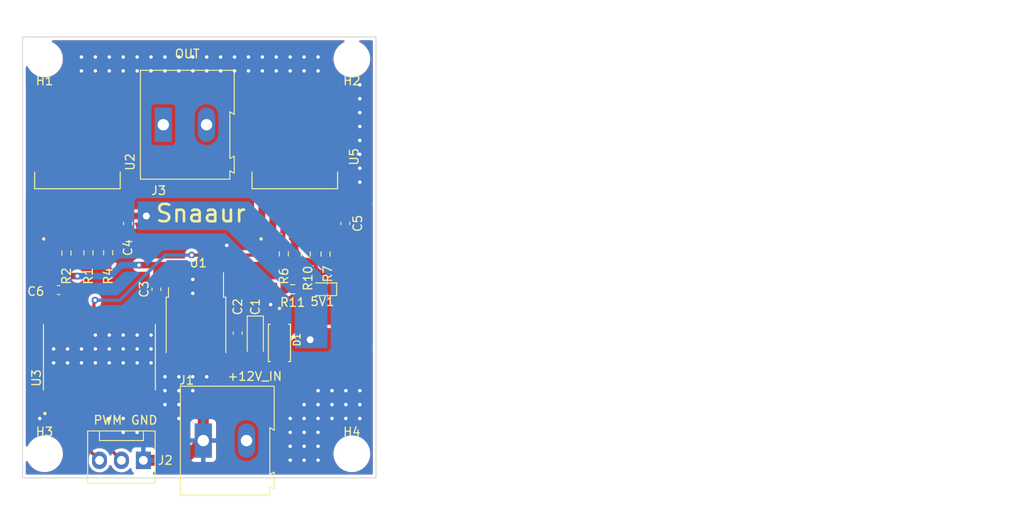
<source format=kicad_pcb>
(kicad_pcb (version 20221018) (generator pcbnew)
  (title_block (title "Motor Driver"))
  (layers (0 "F.Cu" signal) (31 "B.Cu" signal) (34 "B.Paste" user) (35 "F.Paste" user) (36 "B.SilkS" user "B.Silkscreen") (37 "F.SilkS" user "F.Silkscreen") (38 "B.Mask" user) (39 "F.Mask" user) (44 "Edge.Cuts" user))
  (net 0 "")
  (net 1 "+12V")
  (net 2 "+5V")
  (net 3 "GND")
  (net 4 "Net-(U1-IN)")
  (net 5 "Net-(J2-Pin_2)")
  (net 6 "Net-(J3-Pin_1)")
  (net 7 "Net-(J3-Pin_2)")
  (net 8 "Net-(U2-SR)")
  (net 9 "Net-(U2-INH)")
  (net 11 "Net-(U2-IS)")
  (net 13 "Net-(U5-INH)")
  (net 14 "Net-(U5-IS)")
  (net 15 "Net-(U5-SR)")
  (net 17 "PWMR")
  (net 18 "PWML")
  (net 19 "Net-(5V1-A)")
  (net 29 "Net-(J2-Pin_3)")
  (footprint "Capacitor_SMD:C_0603_1608Metric_Pad1.08x0.95mm_HandSolder" (layer "F.Cu") (at 158.242 46.99 90)
    (fp_text reference "C4" (at -2.794 0 90) (layer "F.SilkS"))
    (fp_text value "470nF")
    (fp_line (start -0.146267 -0.51) (end 0.146267 -0.51) (stroke (width 0.12)) (layer "F.SilkS"))
    (fp_line (start -0.146267 0.51) (end 0.146267 0.51) (stroke (width 0.12)) (layer "F.SilkS"))
    (pad "1" smd roundrect (at -0.8625 0 90) (size 1.075 0.95) (layers "F.Cu" "F.Paste" "F.Mask") (net 3 "GND"))
    (pad "2" smd roundrect (at 0.8625 0 90) (size 1.075 0.95) (layers "F.Cu" "F.Paste" "F.Mask") (net 1 "+12V"))
  )
  (footprint "TerminalBlock:TerminalBlock_Altech_AK300-2_P5.00mm" (layer "F.Cu") (at 162.335 35.56)
    (fp_text reference "J3" (at -0.537 7.62) (layer "F.SilkS"))
    (fp_text value "OUT")
    (fp_line (start -2.65 -6.3) (end -2.65 6.3) (stroke (width 0.12)) (layer "F.SilkS"))
    (fp_line (start -2.65 6.3) (end 7.7 6.3) (stroke (width 0.12)) (layer "F.SilkS"))
    (fp_line (start 7.7 -1.5) (end 8.2 -1.2) (stroke (width 0.12)) (layer "F.SilkS"))
    (fp_line (start 7.7 3.9) (end 7.7 -1.5) (stroke (width 0.12)) (layer "F.SilkS"))
    (fp_line (start 7.7 5.35) (end 8.2 5.6) (stroke (width 0.12)) (layer "F.SilkS"))
    (fp_line (start 7.7 6.3) (end 7.7 5.35) (stroke (width 0.12)) (layer "F.SilkS"))
    (fp_line (start 8.2 -6.3) (end -2.65 -6.3) (stroke (width 0.12)) (layer "F.SilkS"))
    (fp_line (start 8.2 -1.2) (end 8.2 -6.3) (stroke (width 0.12)) (layer "F.SilkS"))
    (fp_line (start 8.2 3.65) (end 7.7 3.9) (stroke (width 0.12)) (layer "F.SilkS"))
    (fp_line (start 8.2 3.7) (end 8.2 3.65) (stroke (width 0.12)) (layer "F.SilkS"))
    (fp_line (start 8.2 5.6) (end 8.2 3.7) (stroke (width 0.12)) (layer "F.SilkS"))
    (pad "1" thru_hole rect (at 0 0) (size 1.98 3.96) (drill 1.32) (layers "*.Cu" "*.Mask") (net 6 "Net-(J3-Pin_1)"))
    (pad "2" thru_hole oval (at 5 0) (size 1.98 3.96) (drill 1.32) (layers "*.Cu" "*.Mask") (net 7 "Net-(J3-Pin_2)"))
  )
  (footprint "Resistor_SMD:R_0603_1608Metric_Pad0.98x0.95mm_HandSolder" (layer "F.Cu") (at 178.816 50.53 -90)
    (fp_text reference "R10" (at 2.81 -0.254 -90) (layer "F.SilkS"))
    (fp_text value "10k")
    (fp_line (start -0.254724 -0.5225) (end 0.254724 -0.5225) (stroke (width 0.12)) (layer "F.SilkS"))
    (fp_line (start -0.254724 0.5225) (end 0.254724 0.5225) (stroke (width 0.12)) (layer "F.SilkS"))
    (pad "1" smd roundrect (at -0.9125 0 270) (size 0.975 0.95) (layers "F.Cu" "F.Paste" "F.Mask") (net 15 "Net-(U5-SR)"))
    (pad "2" smd roundrect (at 0.9125 0 270) (size 0.975 0.95) (layers "F.Cu" "F.Paste" "F.Mask") (net 3 "GND"))
  )
  (footprint "LED_SMD:LED_0603_1608Metric_Pad1.05x0.95mm_HandSolder" (layer "F.Cu") (at 180.735 54.61 180)
    (fp_text reference "5V1" (at 0 -1.43 180) (layer "F.SilkS"))
    (fp_text value "LED")
    (fp_line (start -1.66 -0.735) (end -1.66 0.735) (stroke (width 0.12)) (layer "F.SilkS"))
    (fp_line (start -1.66 0.735) (end 0.8 0.735) (stroke (width 0.12)) (layer "F.SilkS"))
    (fp_line (start 0.8 -0.735) (end -1.66 -0.735) (stroke (width 0.12)) (layer "F.SilkS"))
    (pad "1" smd roundrect (at -0.875 0 180) (size 1.05 0.95) (layers "F.Cu" "F.Paste" "F.Mask") (net 3 "GND"))
    (pad "2" smd roundrect (at 0.875 0 180) (size 1.05 0.95) (layers "F.Cu" "F.Paste" "F.Mask") (net 19 "Net-(5V1-A)"))
  )
  (footprint "Capacitor_SMD:C_0603_1608Metric_Pad1.08x0.95mm_HandSolder" (layer "F.Cu") (at 170.942 59.69 90)
    (fp_text reference "C2" (at 3.048 0 90) (layer "F.SilkS"))
    (fp_text value "100nF,50V")
    (fp_line (start -0.146267 -0.51) (end 0.146267 -0.51) (stroke (width 0.12)) (layer "F.SilkS"))
    (fp_line (start -0.146267 0.51) (end 0.146267 0.51) (stroke (width 0.12)) (layer "F.SilkS"))
    (pad "1" smd roundrect (at -0.8625 0 90) (size 1.075 0.95) (layers "F.Cu" "F.Paste" "F.Mask") (net 3 "GND"))
    (pad "2" smd roundrect (at 0.8625 0 90) (size 1.075 0.95) (layers "F.Cu" "F.Paste" "F.Mask") (net 4 "Net-(U1-IN)"))
  )
  (footprint "Capacitor_Tantalum_SMD:CP_EIA-3216-18_Kemet-A_Pad1.58x1.35mm_HandSolder" (layer "F.Cu") (at 172.974 60.198 -90)
    (fp_text reference "C1" (at -3.556 0 90) (layer "F.SilkS"))
    (fp_text value "1u, 16V")
    (fp_line (start -2.485 -0.935) (end -2.485 0.935) (stroke (width 0.12)) (layer "F.SilkS"))
    (fp_line (start -2.485 0.935) (end 1.6 0.935) (stroke (width 0.12)) (layer "F.SilkS"))
    (fp_line (start 1.6 -0.935) (end -2.485 -0.935) (stroke (width 0.12)) (layer "F.SilkS"))
    (pad "1" smd roundrect (at -1.4375 0 270) (size 1.575 1.35) (layers "F.Cu" "F.Paste" "F.Mask") (roundrect_rratio 0.1851851852) (net 4 "Net-(U1-IN)"))
    (pad "2" smd roundrect (at 1.4375 0 270) (size 1.575 1.35) (layers "F.Cu" "F.Paste" "F.Mask") (roundrect_rratio 0.1851851852) (net 3 "GND"))
  )
  (footprint "Resistor_SMD:R_0603_1608Metric_Pad0.98x0.95mm_HandSolder" (layer "F.Cu") (at 176.276 50.514 90)
    (fp_text reference "R6" (at -2.572 0 90) (layer "F.SilkS"))
    (fp_text value "10k")
    (fp_line (start -0.254724 -0.5225) (end 0.254724 -0.5225) (stroke (width 0.12)) (layer "F.SilkS"))
    (fp_line (start -0.254724 0.5225) (end 0.254724 0.5225) (stroke (width 0.12)) (layer "F.SilkS"))
    (pad "1" smd roundrect (at -0.9125 0 90) (size 0.975 0.95) (layers "F.Cu" "F.Paste" "F.Mask") (net 2 "+5V"))
    (pad "2" smd roundrect (at 0.9125 0 90) (size 0.975 0.95) (layers "F.Cu" "F.Paste" "F.Mask") (net 13 "Net-(U5-INH)"))
  )
  (footprint "MountingHole:MountingHole_3.5mm" (layer "F.Cu") (at 148.59 73.66)
    (fp_text reference "H3" (at 0 -2.54) (layer "F.SilkS"))
    (fp_text value "MountingHole")
    (pad "" np_thru_hole circle (at 0 0) (size 3.5 3.5) (drill 3.5) (layers "*.Cu" "*.Mask"))
  )
  (footprint "BTS7960B:DPAK127P1490X440-8N" (layer "F.Cu") (at 177.546 40.286 90)
    (fp_text reference "U5" (at 1.016 6.858 90) (layer "F.SilkS"))
    (fp_text value "BTS7960B")
    (fp_line (start -2.69 -4.95) (end -2.69 4.95) (stroke (width 0.127)) (layer "F.SilkS"))
    (fp_line (start -2.69 4.95) (end -0.749 4.95) (stroke (width 0.127)) (layer "F.SilkS"))
    (fp_line (start -0.749 -4.95) (end -2.69 -4.95) (stroke (width 0.127)) (layer "F.SilkS"))
    (fp_circle (center -8.5 -3.9) (end -8.4 -3.9) (stroke (width 0.2)) (fill none) (layer "F.SilkS"))
    (pad "1" smd rect (at -5.95 -3.81 90) (size 3.81 0.8) (layers "F.Cu" "F.Paste" "F.Mask") (net 3 "GND"))
    (pad "2" smd rect (at -5.95 -2.54 90) (size 3.81 0.8) (layers "F.Cu" "F.Paste" "F.Mask") (net 18 "PWML"))
    (pad "3" smd rect (at -5.95 -1.27 90) (size 3.81 0.8) (layers "F.Cu" "F.Paste" "F.Mask") (net 13 "Net-(U5-INH)"))
    (pad "4" smd rect (at -5.95 0 90) (size 3.81 0.8) (layers "F.Cu" "F.Paste" "F.Mask") (net 7 "Net-(J3-Pin_2)"))
    (pad "5" smd rect (at -5.95 1.27 90) (size 3.81 0.8) (layers "F.Cu" "F.Paste" "F.Mask") (net 15 "Net-(U5-SR)"))
    (pad "6" smd rect (at -5.95 2.54 90) (size 3.81 0.8) (layers "F.Cu" "F.Paste" "F.Mask") (net 14 "Net-(U5-IS)"))
    (pad "7" smd rect (at -5.95 3.81 90) (size 3.81 0.8) (layers "F.Cu" "F.Paste" "F.Mask") (net 1 "+12V"))
    (pad "8" smd rect (at 3.71 0) (size 10.07 8.29) (layers "F.Cu" "F.Mask") (net 7 "Net-(J3-Pin_2)"))
  )
  (footprint "Capacitor_SMD:C_0603_1608Metric_Pad1.08x0.95mm_HandSolder" (layer "F.Cu") (at 161.544 54.61 90)
    (fp_text reference "C3" (at 0 -1.43 90) (layer "F.SilkS"))
    (fp_text value "100nF,50V")
    (fp_line (start -0.146267 -0.51) (end 0.146267 -0.51) (stroke (width 0.12)) (layer "F.SilkS"))
    (fp_line (start -0.146267 0.51) (end 0.146267 0.51) (stroke (width 0.12)) (layer "F.SilkS"))
    (pad "1" smd roundrect (at -0.8625 0 90) (size 1.075 0.95) (layers "F.Cu" "F.Paste" "F.Mask") (net 3 "GND"))
    (pad "2" smd roundrect (at 0.8625 0 90) (size 1.075 0.95) (layers "F.Cu" "F.Paste" "F.Mask") (net 2 "+5V"))
  )
  (footprint "Resistor_SMD:R_0603_1608Metric_Pad0.98x0.95mm_HandSolder" (layer "F.Cu") (at 155.956 50.376 -90)
    (fp_text reference "R4" (at 2.71 0 -90) (layer "F.SilkS"))
    (fp_text value "1k")
    (fp_line (start -0.254724 -0.5225) (end 0.254724 -0.5225) (stroke (width 0.12)) (layer "F.SilkS"))
    (fp_line (start -0.254724 0.5225) (end 0.254724 0.5225) (stroke (width 0.12)) (layer "F.SilkS"))
    (pad "1" smd roundrect (at -0.9125 0 270) (size 0.975 0.95) (layers "F.Cu" "F.Paste" "F.Mask") (net 11 "Net-(U2-IS)"))
    (pad "2" smd roundrect (at 0.9125 0 270) (size 0.975 0.95) (layers "F.Cu" "F.Paste" "F.Mask") (net 3 "GND"))
  )
  (footprint "Connector:FanPinHeader_1x03_P2.54mm_Vertical" (layer "F.Cu") (at 160.03 74.422 180)
    (fp_text reference "J2" (at -2.53 0) (layer "F.SilkS"))
    (fp_text value "PWM")
    (fp_line (start -1.35 -2.65) (end 6.45 -2.65) (stroke (width 0.12)) (layer "F.SilkS"))
    (fp_line (start -1.35 3.4) (end -1.35 -2.65) (stroke (width 0.12)) (layer "F.SilkS"))
    (fp_line (start 0 2.29) (end 5.08 2.29) (stroke (width 0.12)) (layer "F.SilkS"))
    (fp_line (start 0 3.3) (end 0 2.29) (stroke (width 0.12)) (layer "F.SilkS"))
    (fp_line (start 5.08 2.29) (end 5.08 3.3) (stroke (width 0.12)) (layer "F.SilkS"))
    (fp_line (start 6.45 -2.65) (end 6.45 3.4) (stroke (width 0.12)) (layer "F.SilkS"))
    (fp_line (start 6.45 3.4) (end -1.35 3.4) (stroke (width 0.12)) (layer "F.SilkS"))
    (pad "1" thru_hole rect (at 0 0 270) (size 2.03 1.73) (drill 1.02) (layers "*.Cu" "*.Mask") (net 3 "GND"))
    (pad "2" thru_hole oval (at 2.54 0 270) (size 2.03 1.73) (drill 1.02) (layers "*.Cu" "*.Mask") (net 5 "Net-(J2-Pin_2)"))
    (pad "3" thru_hole oval (at 5.08 0 270) (size 2.03 1.73) (drill 1.02) (layers "*.Cu" "*.Mask") (net 29 "Net-(J2-Pin_3)"))
  )
  (footprint "Resistor_SMD:R_0603_1608Metric_Pad0.98x0.95mm_HandSolder" (layer "F.Cu") (at 181.102 50.53 -90)
    (fp_text reference "R7" (at 2.302 -0.254 -90) (layer "F.SilkS"))
    (fp_text value "1k")
    (fp_line (start -0.254724 -0.5225) (end 0.254724 -0.5225) (stroke (width 0.12)) (layer "F.SilkS"))
    (fp_line (start -0.254724 0.5225) (end 0.254724 0.5225) (stroke (width 0.12)) (layer "F.SilkS"))
    (pad "1" smd roundrect (at -0.9125 0 270) (size 0.975 0.95) (layers "F.Cu" "F.Paste" "F.Mask") (net 14 "Net-(U5-IS)"))
    (pad "2" smd roundrect (at 0.9125 0 270) (size 0.975 0.95) (layers "F.Cu" "F.Paste" "F.Mask") (net 3 "GND"))
  )
  (footprint "MountingHole:MountingHole_3.5mm" (layer "F.Cu") (at 148.59 27.94)
    (fp_text reference "H1" (at 0 2.54) (layer "F.SilkS"))
    (fp_text value "MountingHole")
    (pad "" np_thru_hole circle (at 0 0) (size 3.5 3.5) (drill 3.5) (layers "*.Cu" "*.Mask"))
  )
  (footprint "Package_TO_SOT_SMD:TO-252-2" (layer "F.Cu") (at 166.116 58.835 -90)
    (fp_text reference "U1" (at -7.273 -0.254 -180) (layer "F.SilkS"))
    (fp_text value "L7805")
    (fp_line (start -3.31 -3.45) (end -3.31 -3.18) (stroke (width 0.12)) (layer "F.SilkS"))
    (fp_line (start -3.31 -3.18) (end -6.14 -3.18) (stroke (width 0.12)) (layer "F.SilkS"))
    (fp_line (start -3.31 3.18) (end -4.41 3.18) (stroke (width 0.12)) (layer "F.SilkS"))
    (fp_line (start -3.31 3.45) (end -3.31 3.18) (stroke (width 0.12)) (layer "F.SilkS"))
    (fp_line (start 3.11 -3.45) (end -3.31 -3.45) (stroke (width 0.12)) (layer "F.SilkS"))
    (fp_line (start 3.11 3.45) (end -3.31 3.45) (stroke (width 0.12)) (layer "F.SilkS"))
    (pad "1" smd roundrect (at -5.04 -2.28 270) (size 2.2 1.2) (layers "F.Cu" "F.Paste" "F.Mask") (roundrect_rratio 0.2083333333) (net 4 "Net-(U1-IN)"))
    (pad "2" smd roundrect (at -0.415 -1.525 270) (size 3.05 2.75) (layers "F.Cu" "F.Paste") (roundrect_rratio 0.09090909091) (net 3 "GND"))
    (pad "2" smd roundrect (at -0.415 1.525 270) (size 3.05 2.75) (layers "F.Cu" "F.Paste") (roundrect_rratio 0.09090909091) (net 3 "GND"))
    (pad "2" smd roundrect (at 1.26 0 270) (size 6.4 5.8) (layers "F.Cu" "F.Mask") (roundrect_rratio 0.04310293103) (net 3 "GND"))
    (pad "2" smd roundrect (at 2.935 -1.525 270) (size 3.05 2.75) (layers "F.Cu" "F.Paste") (roundrect_rratio 0.09090909091) (net 3 "GND"))
    (pad "2" smd roundrect (at 2.935 1.525 270) (size 3.05 2.75) (layers "F.Cu" "F.Paste") (roundrect_rratio 0.09090909091) (net 3 "GND"))
    (pad "3" smd roundrect (at -5.04 2.28 270) (size 2.2 1.2) (layers "F.Cu" "F.Paste" "F.Mask") (roundrect_rratio 0.2083333333) (net 2 "+5V"))
  )
  (footprint "Resistor_SMD:R_0603_1608Metric_Pad0.98x0.95mm_HandSolder" (layer "F.Cu") (at 151.13 50.408 90)
    (fp_text reference "R2" (at -2.678 0 90) (layer "F.SilkS"))
    (fp_text value "10k")
    (fp_line (start -0.254724 -0.5225) (end 0.254724 -0.5225) (stroke (width 0.12)) (layer "F.SilkS"))
    (fp_line (start -0.254724 0.5225) (end 0.254724 0.5225) (stroke (width 0.12)) (layer "F.SilkS"))
    (pad "1" smd roundrect (at -0.9125 0 90) (size 0.975 0.95) (layers "F.Cu" "F.Paste" "F.Mask") (net 2 "+5V"))
    (pad "2" smd roundrect (at 0.9125 0 90) (size 0.975 0.95) (layers "F.Cu" "F.Paste" "F.Mask") (net 9 "Net-(U2-INH)"))
  )
  (footprint "Capacitor_SMD:C_0603_1608Metric_Pad1.08x0.95mm_HandSolder" (layer "F.Cu") (at 150.2145 54.71)
    (fp_text reference "C6" (at -2.6405 0.154) (layer "F.SilkS"))
    (fp_text value "100nF")
    (fp_line (start -0.146267 -0.51) (end 0.146267 -0.51) (stroke (width 0.12)) (layer "F.SilkS"))
    (fp_line (start -0.146267 0.51) (end 0.146267 0.51) (stroke (width 0.12)) (layer "F.SilkS"))
    (pad "1" smd roundrect (at -0.8625 0) (size 1.075 0.95) (layers "F.Cu" "F.Paste" "F.Mask") (net 2 "+5V"))
    (pad "2" smd roundrect (at 0.8625 0) (size 1.075 0.95) (layers "F.Cu" "F.Paste" "F.Mask") (net 3 "GND"))
  )
  (footprint "MountingHole:MountingHole_3.5mm" (layer "F.Cu") (at 184.15 27.94)
    (fp_text reference "H2" (at 0 2.54) (layer "F.SilkS"))
    (fp_text value "MountingHole")
    (pad "" np_thru_hole circle (at 0 0) (size 3.5 3.5) (drill 3.5) (layers "*.Cu" "*.Mask"))
  )
  (footprint "Resistor_SMD:R_0603_1608Metric_Pad0.98x0.95mm_HandSolder" (layer "F.Cu") (at 153.67 50.392 -90)
    (fp_text reference "R1" (at 2.694 0 -90) (layer "F.SilkS"))
    (fp_text value "10k")
    (fp_line (start -0.254724 -0.5225) (end 0.254724 -0.5225) (stroke (width 0.12)) (layer "F.SilkS"))
    (fp_line (start -0.254724 0.5225) (end 0.254724 0.5225) (stroke (width 0.12)) (layer "F.SilkS"))
    (pad "1" smd roundrect (at -0.9125 0 270) (size 0.975 0.95) (layers "F.Cu" "F.Paste" "F.Mask") (net 8 "Net-(U2-SR)"))
    (pad "2" smd roundrect (at 0.9125 0 270) (size 0.975 0.95) (layers "F.Cu" "F.Paste" "F.Mask") (net 3 "GND"))
  )
  (footprint "Capacitor_SMD:C_0603_1608Metric_Pad1.08x0.95mm_HandSolder" (layer "F.Cu") (at 183.388 46.99 -90)
    (fp_text reference "C5" (at 0 -1.43 90) (layer "F.SilkS"))
    (fp_text value "470nF")
    (fp_line (start -0.146267 -0.51) (end 0.146267 -0.51) (stroke (width 0.12)) (layer "F.SilkS"))
    (fp_line (start -0.146267 0.51) (end 0.146267 0.51) (stroke (width 0.12)) (layer "F.SilkS"))
    (pad "1" smd roundrect (at -0.8625 0 270) (size 1.075 0.95) (layers "F.Cu" "F.Paste" "F.Mask") (net 1 "+12V"))
    (pad "2" smd roundrect (at 0.8625 0 270) (size 1.075 0.95) (layers "F.Cu" "F.Paste" "F.Mask") (net 3 "GND"))
  )
  (footprint "RS1M:DIOM4330X250N" (layer "F.Cu") (at 175.768 60.827 -90)
    (fp_text reference "D1" (at -0.375 -2.032 90) (layer "F.SilkS") (effects (font (size 0.787402 0.787402))))
    (fp_text value "RS1M")
    (fp_line (start -2.165 -1.28) (end -2.165 -1.07) (stroke (width 0.127)) (layer "F.SilkS"))
    (fp_line (start -2.165 1.28) (end -2.165 1.07) (stroke (width 0.127)) (layer "F.SilkS"))
    (fp_line (start -2.165 1.28) (end 2.165 1.28) (stroke (width 0.127)) (layer "F.SilkS"))
    (fp_line (start 2.165 -1.28) (end -2.165 -1.28) (stroke (width 0.127)) (layer "F.SilkS"))
    (fp_line (start 2.165 -1.07) (end 2.165 -1.28) (stroke (width 0.127)) (layer "F.SilkS"))
    (fp_line (start 2.165 1.28) (end 2.165 1.07) (stroke (width 0.127)) (layer "F.SilkS"))
    (fp_circle (center -4 0) (end -3.9 0) (stroke (width 0.2)) (fill none) (layer "F.SilkS"))
    (pad "A" smd rect (at 2.13 0 270) (size 2.09 1.5) (layers "F.Cu" "F.Paste" "F.Mask") (net 1 "+12V"))
    (pad "C" smd rect (at -2.13 0 270) (size 2.09 1.5) (layers "F.Cu" "F.Paste" "F.Mask") (net 4 "Net-(U1-IN)"))
  )
  (footprint "MountingHole:MountingHole_3.5mm" (layer "F.Cu") (at 184.15 73.66)
    (fp_text reference "H4" (at 0 -2.54) (layer "F.SilkS"))
    (fp_text value "MountingHole")
    (pad "" np_thru_hole circle (at 0 0) (size 3.5 3.5) (drill 3.5) (layers "*.Cu" "*.Mask"))
  )
  (footprint "BTS7960B:DPAK127P1490X440-8N" (layer "F.Cu") (at 152.4 40.286 90)
    (fp_text reference "U2" (at 0.408 6.096 90) (layer "F.SilkS"))
    (fp_text value "BTS7960B")
    (fp_line (start -2.69 -4.95) (end -2.69 4.95) (stroke (width 0.127)) (layer "F.SilkS"))
    (fp_line (start -2.69 4.95) (end -0.749 4.95) (stroke (width 0.127)) (layer "F.SilkS"))
    (fp_line (start -0.749 -4.95) (end -2.69 -4.95) (stroke (width 0.127)) (layer "F.SilkS"))
    (fp_circle (center -8.5 -3.9) (end -8.4 -3.9) (stroke (width 0.2)) (fill none) (layer "F.SilkS"))
    (pad "1" smd rect (at -5.95 -3.81 90) (size 3.81 0.8) (layers "F.Cu" "F.Paste" "F.Mask") (net 3 "GND"))
    (pad "2" smd rect (at -5.95 -2.54 90) (size 3.81 0.8) (layers "F.Cu" "F.Paste" "F.Mask") (net 17 "PWMR"))
    (pad "3" smd rect (at -5.95 -1.27 90) (size 3.81 0.8) (layers "F.Cu" "F.Paste" "F.Mask") (net 9 "Net-(U2-INH)"))
    (pad "4" smd rect (at -5.95 0 90) (size 3.81 0.8) (layers "F.Cu" "F.Paste" "F.Mask") (net 6 "Net-(J3-Pin_1)"))
    (pad "5" smd rect (at -5.95 1.27 90) (size 3.81 0.8) (layers "F.Cu" "F.Paste" "F.Mask") (net 8 "Net-(U2-SR)"))
    (pad "6" smd rect (at -5.95 2.54 90) (size 3.81 0.8) (layers "F.Cu" "F.Paste" "F.Mask") (net 11 "Net-(U2-IS)"))
    (pad "7" smd rect (at -5.95 3.81 90) (size 3.81 0.8) (layers "F.Cu" "F.Paste" "F.Mask") (net 1 "+12V"))
    (pad "8" smd rect (at 3.71 0) (size 10.07 8.29) (layers "F.Cu" "F.Mask") (net 6 "Net-(J3-Pin_1)"))
  )
  (footprint "TerminalBlock:TerminalBlock_Altech_AK300-2_P5.00mm" (layer "F.Cu") (at 166.958 72.136)
    (fp_text reference "J1" (at -1.92 -6.99) (layer "F.SilkS"))
    (fp_text value "POWER")
    (fp_line (start -2.65 -6.3) (end -2.65 6.3) (stroke (width 0.12)) (layer "F.SilkS"))
    (fp_line (start -2.65 6.3) (end 7.7 6.3) (stroke (width 0.12)) (layer "F.SilkS"))
    (fp_line (start 7.7 -1.5) (end 8.2 -1.2) (stroke (width 0.12)) (layer "F.SilkS"))
    (fp_line (start 7.7 3.9) (end 7.7 -1.5) (stroke (width 0.12)) (layer "F.SilkS"))
    (fp_line (start 7.7 5.35) (end 8.2 5.6) (stroke (width 0.12)) (layer "F.SilkS"))
    (fp_line (start 7.7 6.3) (end 7.7 5.35) (stroke (width 0.12)) (layer "F.SilkS"))
    (fp_line (start 8.2 -6.3) (end -2.65 -6.3) (stroke (width 0.12)) (layer "F.SilkS"))
    (fp_line (start 8.2 -1.2) (end 8.2 -6.3) (stroke (width 0.12)) (layer "F.SilkS"))
    (fp_line (start 8.2 3.65) (end 7.7 3.9) (stroke (width 0.12)) (layer "F.SilkS"))
    (fp_line (start 8.2 3.7) (end 8.2 3.65) (stroke (width 0.12)) (layer "F.SilkS"))
    (fp_line (start 8.2 5.6) (end 8.2 3.7) (stroke (width 0.12)) (layer "F.SilkS"))
    (pad "1" thru_hole rect (at 0 0) (size 1.98 3.96) (drill 1.32) (layers "*.Cu" "*.Mask") (net 3 "GND"))
    (pad "2" thru_hole oval (at 5 0) (size 1.98 3.96) (drill 1.32) (layers "*.Cu" "*.Mask") (net 1 "+12V"))
  )
  (footprint "74HC244:SOIC127P1030X265-20N" (layer "F.Cu") (at 154.94 62.484 90)
    (fp_text reference "U3" (at -2.405 -7.287 90) (layer "F.SilkS"))
    (fp_text value "74HC244")
    (fp_line (start -3.8 -6.475) (end 3.8 -6.475) (stroke (width 0.127)) (layer "F.SilkS"))
    (fp_line (start -3.8 6.475) (end 3.8 6.475) (stroke (width 0.127)) (layer "F.SilkS"))
    (fp_circle (center -6.52 -6.305) (end -6.42 -6.305) (stroke (width 0.2)) (fill none) (layer "F.SilkS"))
    (pad "1" smd roundrect (at -4.74 -5.715 90) (size 1.78 0.59) (layers "F.Cu" "F.Paste" "F.Mask") (roundrect_rratio 0.07) (net 3 "GND"))
    (pad "2" smd roundrect (at -4.74 -4.445 90) (size 1.78 0.59) (layers "F.Cu" "F.Paste" "F.Mask") (roundrect_rratio 0.07) (net 29 "Net-(J2-Pin_3)"))
    (pad "3" smd roundrect (at -4.74 -3.175 90) (size 1.78 0.59) (layers "F.Cu" "F.Paste" "F.Mask") (roundrect_rratio 0.07))
    (pad "4" smd roundrect (at -4.74 -1.905 90) (size 1.78 0.59) (layers "F.Cu" "F.Paste" "F.Mask") (roundrect_rratio 0.07) (net 5 "Net-(J2-Pin_2)"))
    (pad "5" smd roundrect (at -4.74 -0.635 90) (size 1.78 0.59) (layers "F.Cu" "F.Paste" "F.Mask") (roundrect_rratio 0.07))
    (pad "6" smd roundrect (at -4.74 0.635 90) (size 1.78 0.59) (layers "F.Cu" "F.Paste" "F.Mask") (roundrect_rratio 0.07))
    (pad "7" smd roundrect (at -4.74 1.905 90) (size 1.78 0.59) (layers "F.Cu" "F.Paste" "F.Mask") (roundrect_rratio 0.07))
    (pad "8" smd roundrect (at -4.74 3.175 90) (size 1.78 0.59) (layers "F.Cu" "F.Paste" "F.Mask") (roundrect_rratio 0.07))
    (pad "9" smd roundrect (at -4.74 4.445 90) (size 1.78 0.59) (layers "F.Cu" "F.Paste" "F.Mask") (roundrect_rratio 0.07))
    (pad "10" smd roundrect (at -4.74 5.715 90) (size 1.78 0.59) (layers "F.Cu" "F.Paste" "F.Mask") (roundrect_rratio 0.07) (net 3 "GND"))
    (pad "11" smd roundrect (at 4.74 5.715 90) (size 1.78 0.59) (layers "F.Cu" "F.Paste" "F.Mask") (roundrect_rratio 0.07))
    (pad "12" smd roundrect (at 4.74 4.445 90) (size 1.78 0.59) (layers "F.Cu" "F.Paste" "F.Mask") (roundrect_rratio 0.07))
    (pad "13" smd roundrect (at 4.74 3.175 90) (size 1.78 0.59) (layers "F.Cu" "F.Paste" "F.Mask") (roundrect_rratio 0.07))
    (pad "14" smd roundrect (at 4.74 1.905 90) (size 1.78 0.59) (layers "F.Cu" "F.Paste" "F.Mask") (roundrect_rratio 0.07))
    (pad "15" smd roundrect (at 4.74 0.635 90) (size 1.78 0.59) (layers "F.Cu" "F.Paste" "F.Mask") (roundrect_rratio 0.07))
    (pad "16" smd roundrect (at 4.74 -0.635 90) (size 1.78 0.59) (layers "F.Cu" "F.Paste" "F.Mask") (roundrect_rratio 0.07) (net 18 "PWML"))
    (pad "17" smd roundrect (at 4.74 -1.905 90) (size 1.78 0.59) (layers "F.Cu" "F.Paste" "F.Mask") (roundrect_rratio 0.07))
    (pad "18" smd roundrect (at 4.74 -3.175 90) (size 1.78 0.59) (layers "F.Cu" "F.Paste" "F.Mask") (roundrect_rratio 0.07) (net 17 "PWMR"))
    (pad "19" smd roundrect (at 4.74 -4.445 90) (size 1.78 0.59) (layers "F.Cu" "F.Paste" "F.Mask") (roundrect_rratio 0.07) (net 3 "GND"))
    (pad "20" smd roundrect (at 4.74 -5.715 90) (size 1.78 0.59) (layers "F.Cu" "F.Paste" "F.Mask") (roundrect_rratio 0.07) (net 2 "+5V"))
  )
  (footprint "Resistor_SMD:R_0603_1608Metric_Pad0.98x0.95mm_HandSolder" (layer "F.Cu") (at 177.292 54.61)
    (fp_text reference "R11" (at 0 1.524) (layer "F.SilkS"))
    (fp_text value "1k")
    (fp_line (start -0.254724 -0.5225) (end 0.254724 -0.5225) (stroke (width 0.12)) (layer "F.SilkS"))
    (fp_line (start -0.254724 0.5225) (end 0.254724 0.5225) (stroke (width 0.12)) (layer "F.SilkS"))
    (pad "1" smd roundrect (at -0.9125 0) (size 0.975 0.95) (layers "F.Cu" "F.Paste" "F.Mask") (net 2 "+5V"))
    (pad "2" smd roundrect (at 0.9125 0) (size 0.975 0.95) (layers "F.Cu" "F.Paste" "F.Mask") (net 19 "Net-(5V1-A)"))
  )
  (gr_rect (start 146.05 25.4) (end 186.944 76.454) (stroke (width 0.1)) (fill none) (layer "Edge.Cuts"))
  (gr_text "+12V_IN" (at 169.672 65.278) (layer "F.SilkS") (effects (font (size 1 1)) (justify left bottom)))
  (gr_text "Snaaur" (at 161.29 46.99) (layer "F.SilkS") (effects (font (size 2 2) (thickness 0.3)) (justify left bottom)))
  (gr_text "GND" (at 158.496 70.358) (layer "F.SilkS") (effects (font (size 1 1)) (justify left bottom)))
  (gr_text "OUT" (at 163.576 27.94) (layer "F.SilkS") (effects (font (size 1 1)) (justify left bottom)))
  (gr_text "PWM" (at 154.178 70.358) (layer "F.SilkS") (effects (font (size 1 1)) (justify left bottom)))
  (segment (start 184.912 60.706) (end 185.42 60.198) (width 1.27) (layer "F.Cu") (net 1))
  (segment (start 185.42 60.198) (end 185.42 47.244) (width 1.27) (layer "F.Cu") (net 1))
  (segment (start 185.42 47.244) (end 184.3035 46.1275) (width 1.27) (layer "F.Cu") (net 1))
  (segment (start 183.388 46.1275) (end 181.4645 46.1275) (width 0.762) (layer "F.Cu") (net 1))
  (segment (start 181.4645 46.1275) (end 181.356 46.236) (width 0.762) (layer "F.Cu") (net 1))
  (segment (start 179.324 62.957) (end 179.324 60.452) (width 1.27) (layer "F.Cu") (net 1))
  (segment (start 175.768 62.957) (end 182.661 62.957) (width 1.27) (layer "F.Cu") (net 1))
  (segment (start 171.958 69.088) (end 175.768 65.278) (width 1.27) (layer "F.Cu") (net 1))
  (segment (start 184.3035 46.1275) (end 183.388 46.1275) (width 1.27) (layer "F.Cu") (net 1))
  (segment (start 156.3185 46.1275) (end 156.21 46.236) (width 0.762) (layer "F.Cu") (net 1))
  (segment (start 183.388 62.23) (end 184.912 60.706) (width 1.27) (layer "F.Cu") (net 1))
  (segment (start 160.3745 46.1275) (end 158.242 46.1275) (width 0.762) (layer "F.Cu") (net 1))
  (segment (start 182.661 62.957) (end 184.912 60.706) (width 1.27) (layer "F.Cu") (net 1))
  (segment (start 171.958 72.136) (end 171.958 69.088) (width 1.27) (layer "F.Cu") (net 1))
  (segment (start 158.242 46.1275) (end 156.3185 46.1275) (width 0.762) (layer "F.Cu") (net 1))
  (segment (start 175.768 65.278) (end 175.768 62.957) (width 1.27) (layer "F.Cu") (net 1))
  (via (at 160.3745 46.1275) (size 1.5) (drill 0.8) (layers "F.Cu" "B.Cu") (net 1))
  (via (at 179.324 60.452) (size 1.5) (drill 0.8) (layers "F.Cu" "B.Cu") (net 1))
  (segment (start 160.528 45.974) (end 160.3745 46.1275) (width 1.27) (layer "B.Cu") (net 1))
  (segment (start 170.688 45.974) (end 160.528 45.974) (width 1.27) (layer "B.Cu") (net 1))
  (segment (start 179.324 60.452) (end 179.324 54.61) (width 1.27) (layer "B.Cu") (net 1))
  (segment (start 179.324 54.61) (end 170.688 45.974) (width 1.27) (layer "B.Cu") (net 1))
  (segment (start 161.544 51.816352) (end 173.228352 51.816352) (width 0.762) (layer "F.Cu") (net 2))
  (segment (start 174.498 53.086) (end 176.276 53.086) (width 0.762) (layer "F.Cu") (net 2))
  (segment (start 176.276 52.578) (end 176.276 51.4265) (width 0.762) (layer "F.Cu") (net 2))
  (segment (start 161.544 53.7475) (end 161.544 51.816352) (width 0.762) (layer "F.Cu") (net 2))
  (segment (start 149.225 54.837) (end 149.352 54.71) (width 0.381) (layer "F.Cu") (net 2))
  (segment (start 152.4 53.086) (end 151.13 53.086) (width 0.762) (layer "F.Cu") (net 2))
  (segment (start 151.13 51.3205) (end 151.13 53.086) (width 0.762) (layer "F.Cu") (net 2))
  (segment (start 149.225 57.744) (end 149.225 54.837) (width 0.381) (layer "F.Cu") (net 2))
  (segment (start 159.512 51.816352) (end 161.544 51.816352) (width 0.762) (layer "F.Cu") (net 2))
  (segment (start 150.114 53.086) (end 149.352 53.848) (width 0.762) (layer "F.Cu") (net 2))
  (segment (start 176.276 54.5065) (end 176.3795 54.61) (width 0.762) (layer "F.Cu") (net 2))
  (segment (start 149.352 53.848) (end 149.352 54.71) (width 0.762) (layer "F.Cu") (net 2))
  (segment (start 151.13 53.086) (end 150.114 53.086) (width 0.762) (layer "F.Cu") (net 2))
  (segment (start 173.228352 51.816352) (end 174.498 53.086) (width 0.762) (layer "F.Cu") (net 2))
  (segment (start 163.836 53.795) (end 161.5915 53.795) (width 0.762) (layer "F.Cu") (net 2))
  (segment (start 176.276 52.578) (end 176.276 54.5065) (width 0.762) (layer "F.Cu") (net 2))
  (segment (start 161.5915 53.795) (end 161.544 53.7475) (width 0.762) (layer "F.Cu") (net 2))
  (via (at 159.512 51.816352) (size 0.8) (drill 0.4) (layers "F.Cu" "B.Cu") (net 2))
  (via (at 152.4 53.086) (size 0.8) (drill 0.4) (layers "F.Cu" "B.Cu") (net 2))
  (segment (start 159.512 51.816352) (end 157.479648 51.816352) (width 0.762) (layer "B.Cu") (net 2))
  (segment (start 157.479648 51.816352) (end 156.21 53.086) (width 0.762) (layer "B.Cu") (net 2))
  (segment (start 156.21 53.086) (end 152.4 53.086) (width 0.762) (layer "B.Cu") (net 2))
  (segment (start 147.32 64.008) (end 148.336 65.024) (width 0.381) (layer "F.Cu") (net 3))
  (segment (start 148.59 46.236) (end 148.59 49.72237) (width 0.381) (layer "F.Cu") (net 3))
  (segment (start 155.956 51.2885) (end 155.956 54.71) (width 0.762) (layer "F.Cu") (net 3))
  (segment (start 160.655 68.961) (end 163.068 71.374) (width 0.381) (layer "F.Cu") (net 3))
  (segment (start 169.709148 49.492852) (end 169.672 49.53) (width 0.762) (layer "F.Cu") (net 3))
  (segment (start 172.025 61.6355) (end 170.942 60.5525) (width 0.762) (layer "F.Cu") (net 3))
  (segment (start 169.634852 49.492852) (end 158.279148 49.492852) (width 0.762) (layer "F.Cu") (net 3))
  (segment (start 166.958 72.136) (end 166.958 69.008) (width 1.27) (layer "F.Cu") (net 3))
  (segment (start 169.672 49.53) (end 169.634852 49.492852) (width 0.762) (layer "F.Cu") (net 3))
  (segment (start 158.242 47.8525) (end 158.242 53.086) (width 0.762) (layer "F.Cu") (net 3))
  (segment (start 173.736 46.236) (end 173.736 48.944962) (width 0.762) (layer "F.Cu") (net 3))
  (segment (start 183.388 54.61) (end 183.388 47.8525) (width 0.762) (layer "F.Cu") (net 3))
  (segment (start 161.544 55.4725) (end 161.6435 55.4725) (width 0.762) (layer "F.Cu") (net 3))
  (segment (start 150.495 55.292) (end 151.077 54.71) (width 0.381) (layer "F.Cu") (net 3))
  (segment (start 160.655 66.52497) (end 160.655 67.224) (width 0.381) (layer "F.Cu") (net 3))
  (segment (start 174.752 56.388) (end 183.388 56.388) (width 0.762) (layer "F.Cu") (net 3))
  (segment (start 158.279148 49.492852) (end 158.242 49.53) (width 0.762) (layer "F.Cu") (net 3))
  (segment (start 161.307 55.4725) (end 160.5445 54.71) (width 0.762) (layer "F.Cu") (net 3))
  (segment (start 178.816 51.4425) (end 181.102 51.4425) (width 0.762) (layer "F.Cu") (net 3))
  (segment (start 170.942 60.5525) (end 166.5735 60.5525) (width 0.762) (layer "F.Cu") (net 3))
  (segment (start 173.18811 49.492852) (end 169.709148 49.492852) (width 0.762) (layer "F.Cu") (net 3))
  (segment (start 153.67 54.71) (end 151.077 54.71) (width 0.762) (layer "F.Cu") (net 3))
  (segment (start 173.736 48.944962) (end 173.18811 49.492852) (width 0.762) (layer "F.Cu") (net 3))
  (segment (start 160.5445 54.71) (end 158.242 54.71) (width 0.762) (layer "F.Cu") (net 3))
  (segment (start 163.068 71.374) (end 163.068 74.422) (width 0.381) (layer "F.Cu") (net 3))
  (segment (start 148.336 65.024) (end 149.098 65.024) (width 0.381) (layer "F.Cu") (net 3))
  (segment (start 161.544 55.4725) (end 161.307 55.4725) (width 0.762) (layer "F.Cu") (net 3))
  (segment (start 183.388 56.388) (end 183.388 54.61) (width 0.762) (layer "F.Cu") (net 3))
  (segment (start 160.655 67.224) (end 160.655 68.961) (width 0.381) (layer "F.Cu") (net 3))
  (segment (start 148.59 49.72237) (end 147.32 50.99237) (width 0.381) (layer "F.Cu") (net 3))
  (segment (start 172.974 61.6355) (end 172.025 61.6355) (width 0.762) (layer "F.Cu") (net 3))
  (segment (start 158.3445 47.955) (end 158.242 47.8525) (width 0.762) (layer "F.Cu") (net 3))
  (segment (start 155.956 51.2885) (end 156.032006 51.2885) (width 0.762) (layer "F.Cu") (net 3))
  (segment (start 163.068 74.422) (end 164.672 74.422) (width 1.27) (layer "F.Cu") (net 3))
  (segment (start 181.61 54.61) (end 183.388 54.61) (width 0.762) (layer "F.Cu") (net 3))
  (segment (start 155.956 54.71) (end 153.67 54.71) (width 0.762) (layer "F.Cu") (net 3))
  (segment (start 155.94 51.3045) (end 155.956 51.2885) (width 0.762) (layer "F.Cu") (net 3))
  (segment (start 164.672 74.422) (end 166.958 72.136) (width 1.27) (layer "F.Cu") (net 3))
  (segment (start 149.225 65.151) (end 149.098 65.024) (width 0.381) (layer "F.Cu") (net 3))
  (segment (start 158.242 54.71) (end 155.956 54.71) (width 0.762) (layer "F.Cu") (net 3))
  (segment (start 166.958 69.008) (end 172.974 62.992) (width 1.27) (layer "F.Cu") (net 3))
  (segment (start 181.102 51.4425) (end 183.388 51.4425) (width 0.762) (layer "F.Cu") (net 3))
  (segment (start 166.958 60.937) (end 166.116 60.095) (width 1.27) (layer "F.Cu") (net 3))
  (segment (start 159.15403 65.024) (end 160.655 66.52497) (width 0.381) (layer "F.Cu") (net 3))
  (segment (start 166.5735 60.5525) (end 166.116 60.095) (width 0.762) (layer "F.Cu") (net 3))
  (segment (start 149.225 67.224) (end 149.225 65.151) (width 0.381) (layer "F.Cu") (net 3))
  (segment (start 147.32 50.99237) (end 147.32 64.008) (width 0.381) (layer "F.Cu") (net 3))
  (segment (start 153.67 51.3045) (end 153.67 54.71) (width 0.762) (layer "F.Cu") (net 3))
  (segment (start 150.495 57.744) (end 150.495 55.292) (width 0.381) (layer "F.Cu") (net 3))
  (segment (start 160.03 74.422) (end 163.068 74.422) (width 1.27) (layer "F.Cu") (net 3))
  (segment (start 161.6435 55.4725) (end 164.591 58.42) (width 0.762) (layer "F.Cu") (net 3))
  (segment (start 158.242 53.086) (end 158.242 54.71) (width 0.762) (layer "F.Cu") (net 3))
  (segment (start 172.974 62.992) (end 172.974 61.6355) (width 1.27) (layer "F.Cu") (net 3))
  (segment (start 149.098 65.024) (end 159.15403 65.024) (width 0.381) (layer "F.Cu") (net 3))
  (via (at 154.475 59.9165) (size 0.8) (drill 0.4) (layers "F.Cu" "B.Cu") (net 3))
  (via (at 178.625 29.3265) (size 0.8) (drill 0.4) (layers "F.Cu" "B.Cu") (net 3))
  (via (at 164.135 66.3565) (size 0.8) (drill 0.4) (layers "F.Cu" "B.Cu") (net 3))
  (via (at 183.455 66.3565) (size 0.8) (drill 0.4) (layers "F.Cu" "B.Cu") (net 3))
  (via (at 159.305 61.5265) (size 0.8) (drill 0.4) (layers "F.Cu" "B.Cu") (net 3))
  (via (at 160.915 29.3265) (size 0.8) (drill 0.4) (layers "F.Cu" "B.Cu") (net 3))
  (via (at 177.015 71.1865) (size 0.8) (drill 0.4) (layers "F.Cu" "B.Cu") (net 3))
  (via (at 148.035 69.5765) (size 0.8) (drill 0.4) (layers "F.Cu" "B.Cu") (net 3))
  (via (at 170.575 29.3265) (size 0.8) (drill 0.4) (layers "F.Cu" "B.Cu") (net 3))
  (via (at 178.625 74.4065) (size 0.8) (drill 0.4) (layers "F.Cu" "B.Cu") (net 3))
  (via (at 151.255 63.1365) (size 0.8) (drill 0.4) (layers "F.Cu" "B.Cu") (net 3))
  (via (at 159.305 27.7165) (size 0.8) (drill 0.4) (layers "F.Cu" "B.Cu") (net 3))
  (via (at 159.305 29.3265) (size 0.8) (drill 0.4) (layers "F.Cu" "B.Cu") (net 3))
  (via (at 165.745 66.3565) (size 0.8) (drill 0.4) (layers "F.Cu" "B.Cu") (net 3))
  (via (at 181.845 67.9665) (size 0.8) (drill 0.4) (layers "F.Cu" "B.Cu") (net 3))
  (via (at 160.915 27.7165) (size 0.8) (drill 0.4) (layers "F.Cu" "B.Cu") (net 3))
  (via (at 157.695 71.1865) (size 0.8) (drill 0.4) (layers "F.Cu" "B.Cu") (net 3))
  (via (at 157.695 61.5265) (size 0.8) (drill 0.4) (layers "F.Cu" "B.Cu") (net 3))
  (via (at 167.355 27.7165) (size 0.8) (drill 0.4) (layers "F.Cu" "B.Cu") (net 3))
  (via (at 185.065 69.5765) (size 0.8) (drill 0.4) (layers "F.Cu" "B.Cu") (net 3))
  (via (at 174.752 56.388) (size 0.8) (drill 0.4) (layers "F.Cu" "B.Cu") (net 3))
  (via (at 185.065 67.9665) (size 0.8) (drill 0.4) (layers "F.Cu" "B.Cu") (net 3))
  (via (at 183.455 67.9665) (size 0.8) (drill 0.4) (layers "F.Cu" "B.Cu") (net 3))
  (via (at 185.065 30.9365) (size 0.8) (drill 0.4) (layers "F.Cu" "B.Cu") (net 3))
  (via (at 177.015 74.4065) (size 0.8) (drill 0.4) (layers "F.Cu" "B.Cu") (net 3))
  (via (at 173.795 27.7165) (size 0.8) (drill 0.4) (layers "F.Cu" "B.Cu") (net 3))
  (via (at 169.672 49.53) (size 0.8) (drill 0.4) (layers "F.Cu" "B.Cu") (net 3))
  (via (at 156.085 29.3265) (size 0.8) (drill 0.4) (layers "F.Cu" "B.Cu") (net 3))
  (via (at 173.795 29.3265) (size 0.8) (drill 0.4) (layers "F.Cu" "B.Cu") (net 3))
  (via (at 167.355 64.7465) (size 0.8) (drill 0.4) (layers "F.Cu" "B.Cu") (net 3))
  (via (at 154.475 29.3265) (size 0.8) (drill 0.4) (layers "F.Cu" "B.Cu") (net 3))
  (via (at 180.235 74.4065) (size 0.8) (drill 0.4) (layers "F.Cu" "B.Cu") (net 3))
  (via (at 165.745 29.3265) (size 0.8) (drill 0.4) (layers "F.Cu" "B.Cu") (net 3))
  (via (at 151.255 61.5265) (size 0.8) (drill 0.4) (layers "F.Cu" "B.Cu") (net 3))
  (via (at 180.235 69.5765) (size 0.8) (drill 0.4) (layers "F.Cu" "B.Cu") (net 3))
  (via (at 177.015 69.5765) (size 0.8) (drill 0.4) (layers "F.Cu" "B.Cu") (net 3))
  (via (at 185.065 35.7665) (size 0.8) (drill 0.4) (layers "F.Cu" "B.Cu") (net 3))
  (via (at 185.065 66.3565) (size 0.8) (drill 0.4) (layers "F.Cu" "B.Cu") (net 3))
  (via (at 165.745 53.4765) (size 0.8) (drill 0.4) (layers "F.Cu" "B.Cu") (net 3))
  (via (at 154.475 63.1365) (size 0.8) (drill 0.4) (layers "F.Cu" "B.Cu") (net 3))
  (via (at 181.845 66.3565) (size 0.8) (drill 0.4) (layers "F.Cu" "B.Cu") (net 3))
  (via (at 159.305 71.1865) (size 0.8) (drill 0.4) (layers "F.Cu" "B.Cu") (net 3))
  (via (at 164.135 64.7465) (size 0.8) (drill 0.4) (layers "F.Cu" "B.Cu") (net 3))
  (via (at 154.475 27.7165) (size 0.8) (drill 0.4) (layers "F.Cu" "B.Cu") (net 3))
  (via (at 178.625 71.1865) (size 0.8) (drill 0.4) (layers "F.Cu" "B.Cu") (net 3))
  (via (at 185.065 32.5465) (size 0.8) (drill 0.4) (layers "F.Cu" "B.Cu") (net 3))
  (via (at 177.015 29.3265) (size 0.8) (drill 0.4) (layers "F.Cu" "B.Cu") (net 3))
  (via (at 172.185 29.3265) (size 0.8) (drill 0.4) (layers "F.Cu" "B.Cu") (net 3))
  (via (at 165.745 64.7465) (size 0.8) (drill 0.4) (layers "F.Cu" "B.Cu") (net 3))
  (via (at 185.065 38.9865) (size 0.8) (drill 0.4) (layers "F.Cu" "B.Cu") (net 3))
  (via (at 157.695 63.1365) (size 0.8) (drill 0.4) (layers "F.Cu" "B.Cu") (net 3))
  (via (at 168.965 29.3265) (size 0.8) (drill 0.4) (layers "F.Cu" "B.Cu") (net 3))
  (via (at 152.865 27.7165) (size 0.8) (drill 0.4) (layers "F.Cu" "B.Cu") (net 3))
  (via (at 178.625 27.7165) (size 0.8) (drill 0.4) (layers "F.Cu" "B.Cu") (net 3))
  (via (at 152.865 63.1365) (size 0.8) (drill 0.4) (layers "F.Cu" "B.Cu") (net 3))
  (via (at 157.695 59.9165) (size 0.8) (drill 0.4) (layers "F.Cu" "B.Cu") (net 3))
  (via (at 160.915 61.5265) (size 0.8) (drill 0.4) (layers "F.Cu" "B.Cu") (net 3))
  (via (at 167.355 29.3265) (size 0.8) (drill 0.4) (layers "F.Cu" "B.Cu") (net 3))
  (via (at 178.625 67.9665) (size 0.8) (drill 0.4) (layers "F.Cu" "B.Cu") (net 3))
  (via (at 164.135 69.5765) (size 0.8) (drill 0.4) (layers "F.Cu" "B.Cu") (net 3))
  (via (at 164.135 67.9665) (size 0.8) (drill 0.4) (layers "F.Cu" "B.Cu") (net 3))
  (via (at 175.405 29.3265) (size 0.8) (drill 0.4) (layers "F.Cu" "B.Cu") (net 3))
  (via (at 149.645 63.1365) (size 0.8) (drill 0.4) (layers "F.Cu" "B.Cu") (net 3))
  (via (at 183.455 69.5765) (size 0.8) (drill 0.4) (layers "F.Cu" "B.Cu") (net 3))
  (via (at 160.915 59.9165) (size 0.8) (drill 0.4) (layers "F.Cu" "B.Cu") (net 3))
  (via (at 178.625 72.7965) (size 0.8) (drill 0.4) (layers "F.Cu" "B.Cu") (net 3))
  (via (at 181.845 69.5765) (size 0.8) (drill 0.4) (layers "F.Cu" "B.Cu") (net 3))
  (via (at 156.085 69.5765) (size 0.8) (drill 0.4) (layers "F.Cu" "B.Cu") (net 3))
  (via (at 152.865 61.5265) (size 0.8) (drill 0.4) (layers "F.Cu" "B.Cu") (net 3))
  (via (at 165.745 27.7165) (size 0.8) (drill 0.4) (layers "F.Cu" "B.Cu") (net 3))
  (via (at 157.695 27.7165) (size 0.8) (drill 0.4) (layers "F.Cu" "B.Cu") (net 3))
  (via (at 165.745 55.0865) (size 0.8) (drill 0.4) (layers "F.Cu" "B.Cu") (net 3))
  (via (at 159.305 59.9165) (size 0.8) (drill 0.4) (layers "F.Cu" "B.Cu") (net 3))
  (via (at 185.065 40.5965) (size 0.8) (drill 0.4) (layers "F.Cu" "B.Cu") (net 3))
  (via (at 160.915 63.1365) (size 0.8) (drill 0.4) (layers "F.Cu" "B.Cu") (net 3))
  (via (at 162.525 67.9665) (size 0.8) (drill 0.4) (layers "F.Cu" "B.Cu") (net 3))
  (via (at 185.065 42.2065) (size 0.8) (drill 0.4) (layers "F.Cu" "B.Cu") (net 3))
  (via (at 180.235 29.3265) (size 0.8) (drill 0.4) (layers "F.Cu" "B.Cu") (net 3))
  (via (at 180.235 66.3565) (size 0.8) (drill 0.4) (layers "F.Cu" "B.Cu") (net 3))
  (via (at 185.065 34.1565) (size 0.8) (drill 0.4) (layers "F.Cu" "B.Cu") (net 3))
  (via (at 172.185 27.7165) (size 0.8) (drill 0.4) (layers "F.Cu" "B.Cu") (net 3))
  (via (at 180.235 67.9665) (size 0.8) (drill 0.4) (layers "F.Cu" "B.Cu") (net 3))
  (via (at 164.135 29.3265) (size 0.8) (drill 0.4) (layers "F.Cu" "B.Cu") (net 3))
  (via (at 162.525 66.3565) (size 0.8) (drill 0.4) (layers "F.Cu" "B.Cu") (net 3))
  (via (at 185.065 37.3765) (size 0.8) (drill 0.4) (layers "F.Cu" "B.Cu") (net 3))
  (via (at 164.135 27.7165) (size 0.8) (drill 0.4) (layers "F.Cu" "B.Cu") (net 3))
  (via (at 180.235 72.7965) (size 0.8) (drill 0.4) (layers "F.Cu" "B.Cu") (net 3))
  (via (at 157.695 29.3265) (size 0.8) (drill 0.4) (layers "F.Cu" "B.Cu") (net 3))
  (via (at 162.525 27.7165) (size 0.8) (drill 0.4) (layers "F.Cu" "B.Cu") (net 3))
  (via (at 156.085 59.9165) (size 0.8) (drill 0.4) (layers "F.Cu" "B.Cu") (net 3))
  (via (at 177.015 27.7165) (size 0.8) (drill 0.4) (layers "F.Cu" "B.Cu") (net 3))
  (via (at 159.305 63.1365) (size 0.8) (drill 0.4) (layers "F.Cu" "B.Cu") (net 3))
  (via (at 156.085 63.1365) (size 0.8) (drill 0.4) (layers "F.Cu" "B.Cu") (net 3))
  (via (at 180.235 27.7165) (size 0.8) (drill 0.4) (layers "F.Cu" "B.Cu") (net 3))
  (via (at 162.525 64.7465) (size 0.8) (drill 0.4) (layers "F.Cu" "B.Cu") (net 3))
  (via (at 154.475 61.5265) (size 0.8) (drill 0.4) (layers "F.Cu" "B.Cu") (net 3))
  (via (at 156.085 61.5265) (size 0.8) (drill 0.4) (layers "F.Cu" "B.Cu") (net 3))
  (via (at 180.235 71.1865) (size 0.8) (drill 0.4) (layers "F.Cu" "B.Cu") (net 3))
  (via (at 175.405 27.7165) (size 0.8) (drill 0.4) (layers "F.Cu" "B.Cu") (net 3))
  (via (at 162.525 29.3265) (size 0.8) (drill 0.4) (layers "F.Cu" "B.Cu") (net 3))
  (via (at 156.085 27.7165) (size 0.8) (drill 0.4) (layers "F.Cu" "B.Cu") (net 3))
  (via (at 178.625 69.5765) (size 0.8) (drill 0.4) (layers "F.Cu" "B.Cu") (net 3))
  (via (at 170.575 27.7165) (size 0.8) (drill 0.4) (layers "F.Cu" "B.Cu") (net 3))
  (via (at 177.015 72.7965) (size 0.8) (drill 0.4) (layers "F.Cu" "B.Cu") (net 3))
  (via (at 152.865 29.3265) (size 0.8) (drill 0.4) (layers "F.Cu" "B.Cu") (net 3))
  (via (at 149.645 61.5265) (size 0.8) (drill 0.4) (layers "F.Cu" "B.Cu") (net 3))
  (via (at 168.965 27.7165) (size 0.8) (drill 0.4) (layers "F.Cu" "B.Cu") (net 3))
  (via (at 157.695 69.5765) (size 0.8) (drill 0.4) (layers "F.Cu" "B.Cu") (net 3))
  (segment (start 167.132 71.962) (end 166.958 72.136) (width 1.27) (layer "B.Cu") (net 3))
  (segment (start 169.672 49.53) (end 169.672 53.086) (width 0.762) (layer "B.Cu") (net 3))
  (segment (start 172.974 56.388) (end 174.752 56.388) (width 0.762) (layer "B.Cu") (net 3))
  (segment (start 169.672 53.086) (end 172.974 56.388) (width 0.762) (layer "B.Cu") (net 3))
  (segment (start 170.942 56.341) (end 168.396 53.795) (width 0.762) (layer "F.Cu") (net 4))
  (segment (start 172.974 58.7605) (end 171.009 58.7605) (width 0.762) (layer "F.Cu") (net 4))
  (segment (start 170.942 58.8275) (end 170.942 56.341) (width 0.762) (layer "F.Cu") (net 4))
  (segment (start 175.768 58.697) (end 173.0375 58.697) (width 1.27) (layer "F.Cu") (net 4))
  (segment (start 173.0375 58.697) (end 172.974 58.7605) (width 1.27) (layer "F.Cu") (net 4))
  (segment (start 171.009 58.7605) (end 170.942 58.8275) (width 0.762) (layer "F.Cu") (net 4))
  (segment (start 153.035 69.967) (end 157.49 74.422) (width 0.381) (layer "F.Cu") (net 5))
  (segment (start 153.035 67.224) (end 153.035 69.967) (width 0.381) (layer "F.Cu") (net 5))
  (segment (start 153.416 35.56) (end 152.4 36.576) (width 1.27) (layer "F.Cu") (net 6))
  (segment (start 162.335 35.56) (end 153.416 35.56) (width 1.27) (layer "F.Cu") (net 6))
  (segment (start 152.4 46.236) (end 152.4 36.576) (width 0.762) (layer "F.Cu") (net 6))
  (segment (start 177.546 46.236) (end 177.546 36.576) (width 0.762) (layer "F.Cu") (net 7))
  (segment (start 176.53 35.56) (end 177.546 36.576) (width 1.27) (layer "F.Cu") (net 7))
  (segment (start 167.335 35.56) (end 176.53 35.56) (width 1.27) (layer "F.Cu") (net 7))
  (segment (start 153.67 49.4795) (end 153.67 46.236) (width 0.381) (layer "F.Cu") (net 8))
  (segment (start 151.13 49.4955) (end 151.13 46.236) (width 0.381) (layer "F.Cu") (net 9))
  (segment (start 154.94 48.4475) (end 154.94 46.236) (width 0.381) (layer "F.Cu") (net 11))
  (segment (start 155.956 49.4635) (end 154.94 48.4475) (width 0.381) (layer "F.Cu") (net 11))
  (segment (start 176.276 46.236) (end 176.276 49.6015) (width 0.381) (layer "F.Cu") (net 13))
  (segment (start 180.086 46.236) (end 180.086 48.6015) (width 0.381) (layer "F.Cu") (net 14))
  (segment (start 180.086 48.6015) (end 181.102 49.6175) (width 0.381) (layer "F.Cu") (net 14))
  (segment (start 178.816 46.236) (end 178.816 49.6175) (width 0.381) (layer "F.Cu") (net 15))
  (segment (start 151.765 59.563) (end 150.876 60.452) (width 0.381) (layer "F.Cu") (net 17))
  (segment (start 150.876 60.452) (end 149.479 60.452) (width 0.381) (layer "F.Cu") (net 17))
  (segment (start 149.479 60.452) (end 148.082 59.055) (width 0.381) (layer "F.Cu") (net 17))
  (segment (start 151.765 57.744) (end 151.765 59.563) (width 0.381) (layer "F.Cu") (net 17))
  (segment (start 149.86 49.53) (end 149.86 46.236) (width 0.381) (layer "F.Cu") (net 17))
  (segment (start 148.082 51.308) (end 149.86 49.53) (width 0.381) (layer "F.Cu") (net 17))
  (segment (start 148.082 59.055) (end 148.082 51.308) (width 0.381) (layer "F.Cu") (net 17))
  (segment (start 154.432 55.88) (end 154.305 56.007) (width 0.381) (layer "F.Cu") (net 18))
  (segment (start 173.373148 50.654852) (end 175.006 49.022) (width 0.381) (layer "F.Cu") (net 18))
  (segment (start 165.608 50.654852) (end 173.373148 50.654852) (width 0.381) (layer "F.Cu") (net 18))
  (segment (start 154.305 56.007) (end 154.305 57.744) (width 0.381) (layer "F.Cu") (net 18))
  (segment (start 175.006 49.022) (end 175.006 46.236) (width 0.381) (layer "F.Cu") (net 18))
  (via (at 154.432 55.88) (size 0.8) (drill 0.4) (layers "F.Cu" "B.Cu") (net 18))
  (via (at 165.608 50.654852) (size 0.8) (drill 0.4) (layers "F.Cu" "B.Cu") (net 18))
  (segment (start 162.555057 50.654852) (end 157.329909 55.88) (width 0.381) (layer "B.Cu") (net 18))
  (segment (start 165.608 50.654852) (end 162.555057 50.654852) (width 0.381) (layer "B.Cu") (net 18))
  (segment (start 157.329909 55.88) (end 154.432 55.88) (width 0.381) (layer "B.Cu") (net 18))
  (segment (start 178.2045 54.61) (end 179.86 54.61) (width 0.381) (layer "F.Cu") (net 19))
  (segment (start 154.95 74.422) (end 150.495 69.967) (width 0.381) (layer "F.Cu") (net 29))
  (segment (start 150.495 69.967) (end 150.495 67.224) (width 0.381) (layer "F.Cu") (net 29))
  (zone (net 7) (net_name "Net-(J3-Pin_2)") (layer "F.Cu") (priority 3) (connect_pads yes (clearance 0.2032)) (min_thickness 0.25) (fill yes (thermal_gap 0.5) (thermal_bridge_width 0.5))
    (polygon (pts (xy 165.56 31.55) (xy 183.8 31.55) (xy 183.8 43.57) (xy 165.56 43.57)))
  )
  (zone (net 6) (net_name "Net-(J3-Pin_1)") (layer "F.Cu") (priority 2) (connect_pads yes (clearance 0.2032)) (min_thickness 0.25) (fill yes (thermal_gap 0.5) (thermal_bridge_width 0.5))
    (polygon (pts (xy 164.26 31.52) (xy 146.49 31.52) (xy 146.49 43.61) (xy 164.26 43.61) (xy 164.26 43.6)))
  )
  (zone (net 1) (net_name "+12V") (layer "F.Cu") (priority 1) (connect_pads yes (clearance 0.2032)) (min_thickness 0.25) (fill yes (thermal_gap 0.5) (thermal_bridge_width 0.5))
    (polygon (pts (xy 169.672 74.93) (xy 169.672 68.072) (xy 178.624 59.12) (xy 182.942 59.12) (xy 184.15 57.912) (xy 184.15 44.958) (xy 186.944 44.958) (xy 186.944 60.706) (xy 182.88 64.77) (xy 179.324 64.77) (xy 174.752 69.342) (xy 174.752 74.93)))
  )
  (zone (net 3) (net_name "GND") (layers "F&B.Cu") (connect_pads (clearance 0.2032)) (min_thickness 0.25) (fill yes (thermal_gap 0.5) (thermal_bridge_width 0.5))
    (polygon (pts (xy 146.05 25.4) (xy 186.944 25.4) (xy 186.944 76.454) (xy 146.05 76.454)))
  )
  (zone (net 1) (net_name "+12V") (layer "B.Cu") (priority 1) (connect_pads yes (clearance 0.2032)) (min_thickness 0.25) (fill yes (thermal_gap 0.5) (thermal_bridge_width 0.5))
    (polygon (pts (xy 159.378 44.45) (xy 172.212 44.45) (xy 181.318 53.556) (xy 181.318 61.436) (xy 177.546 61.436) (xy 177.546 55.626) (xy 169.672 47.752) (xy 159.378 47.752)))
  )
)
</source>
